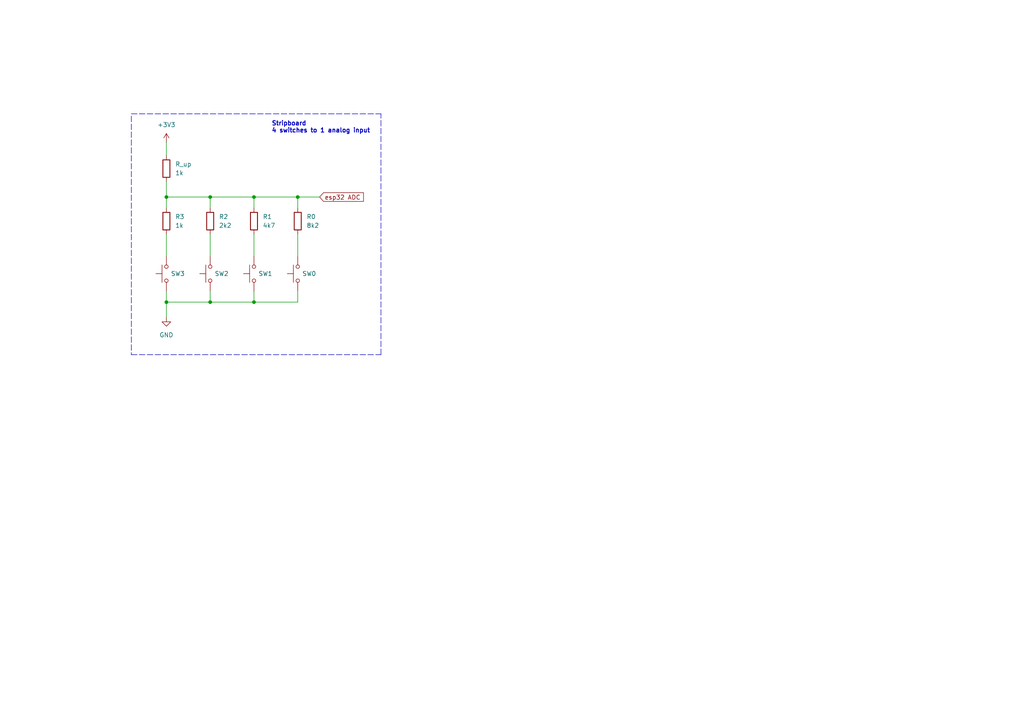
<source format=kicad_sch>
(kicad_sch (version 20211123) (generator eeschema)
  (paper "A4")
  (lib_symbols
    (symbol "Device:R" (pin_numbers hide) (pin_names (offset 0))
      (property "Reference" "R" (at 2.032 0 90))
      (property "Value" "R" (at 0 0 90))
      (symbol "R_0_1"
        (rectangle (start -1.016 -2.54) (end 1.016 2.54) (stroke (width 0.254)))
      )
      (symbol "R_1_1"
        (pin passive line (at 0 3.81 270) (length 1.27) (name "~") (number "1"))
        (pin passive line (at 0 -3.81 90) (length 1.27) (name "~") (number "2"))
      )
    )
    (symbol "Switch:SW_Push" (pin_numbers hide) (pin_names (offset 1.016) hide)
      (property "Reference" "SW" (at 1.27 2.54 0))
      (property "Value" "SW_Push" (at 0 -1.524 0))
      (symbol "SW_Push_0_1"
        (circle (center -2.032 0) (radius 0.508))
        (polyline (pts (xy 0 1.27) (xy 0 3.048)))
        (polyline (pts (xy 2.54 1.27) (xy -2.54 1.27)))
        (circle (center 2.032 0) (radius 0.508))
        (pin passive line (at -5.08 0 0) (length 2.54) (name "1") (number "1"))
        (pin passive line (at 5.08 0 180) (length 2.54) (name "2") (number "2"))
      )
    )
    (symbol "power:+3V3" (power) (pin_names (offset 0))
      (property "Value" "+3V3" (at 0 3.556 0))
      (symbol "+3V3_0_1"
        (polyline (pts (xy -0.762 1.27) (xy 0 2.54)))
        (polyline (pts (xy 0 0) (xy 0 2.54)))
        (polyline (pts (xy 0 2.54) (xy 0.762 1.27)))
      )
      (symbol "+3V3_1_1"
        (pin power_in line (at 0 0 90) (length 0) hide (name "+3V3") (number "1"))
      )
    )
    (symbol "power:GND" (power) (pin_names (offset 0))
      (property "Value" "GND" (at 0 -3.81 0))
      (symbol "GND_0_1"
        (polyline (pts (xy 0 0) (xy 0 -1.27) (xy 1.27 -1.27) (xy 0 -2.54) (xy -1.27 -1.27) (xy 0 -1.27)))
      )
      (symbol "GND_1_1"
        (pin power_in line (at 0 0 270) (length 0) hide (name "GND") (number "1"))
      )
    )
  )
  (junction (at 48.26 87.63))
  (junction (at 48.26 57.15))
  (junction (at 60.96 57.15))
  (junction (at 60.96 87.63))
  (junction (at 73.66 57.15))
  (junction (at 86.36 57.15))
  (junction (at 73.66 87.63))
  (wire (pts (xy 60.96 57.15) (xy 60.96 60.325)))
  (wire (pts (xy 60.96 84.455) (xy 60.96 87.63)))
  (wire (pts (xy 48.26 87.63) (xy 48.26 92.075)))
  (wire (pts (xy 86.36 67.945) (xy 86.36 74.295)))
  (wire (pts (xy 48.26 57.15) (xy 48.26 60.325)))
  (wire (pts (xy 73.66 84.455) (xy 73.66 87.63)))
  (wire (pts (xy 48.26 41.275) (xy 48.26 45.085)))
  (wire (pts (xy 48.26 67.945) (xy 48.26 74.295)))
  (wire (pts (xy 73.66 87.63) (xy 60.96 87.63)))
  (polyline (pts (xy 38.1 33.02) (xy 110.49 33.02)))
  (wire (pts (xy 60.96 87.63) (xy 48.26 87.63)))
  (wire (pts (xy 73.66 57.15) (xy 73.66 60.325)))
  (wire (pts (xy 60.96 57.15) (xy 48.26 57.15)))
  (wire (pts (xy 86.36 87.63) (xy 73.66 87.63)))
  (polyline (pts (xy 38.1 102.87) (xy 110.49 102.87)))
  (wire (pts (xy 86.36 60.325) (xy 86.36 57.15)))
  (wire (pts (xy 86.36 57.15) (xy 92.71 57.15)))
  (wire (pts (xy 48.26 52.705) (xy 48.26 57.15)))
  (wire (pts (xy 86.36 57.15) (xy 73.66 57.15)))
  (wire (pts (xy 60.96 67.945) (xy 60.96 74.295)))
  (polyline (pts (xy 38.1 33.655) (xy 38.1 102.87)))
  (wire (pts (xy 73.66 57.15) (xy 60.96 57.15)))
  (wire (pts (xy 73.66 67.945) (xy 73.66 74.295)))
  (wire (pts (xy 86.36 84.455) (xy 86.36 87.63)))
  (wire (pts (xy 48.26 84.455) (xy 48.26 87.63)))
  (polyline (pts (xy 110.49 102.87) (xy 110.49 33.02)))
  (text "Stripboard\n4 switches to 1 analog input" (at 78.74 38.735 0) (effects (font (size 1.27 1.27) (thickness 0.254) bold) (justify left bottom)))
  (global_label "esp32 ADC" (shape input) (at 92.71 57.15 0) (property "Intersheet References" "${INTERSHEET_REFS}" (effects hide)))
  (symbol (lib_id "power:GND") (at 48.26 92.075 0) (unit 1)
    (property "Reference" "#PWR?" (effects hide))
    (property "Value" "GND" (at 48.26 97.155 0))
  )
  (symbol (lib_id "Switch:SW_Push") (at 60.96 79.375 90) (unit 1)
    (property "Reference" "SW2" (at 62.23 79.3749 90) (effects (justify right)))
    (property "Value" "SW_Push" (effects hide))
  )
  (symbol (lib_id "Switch:SW_Push") (at 86.36 79.375 90) (unit 1)
    (property "Reference" "SW0" (at 87.63 79.3749 90) (effects (justify right)))
    (property "Value" "SW_Push" (effects hide))
  )
  (symbol (lib_id "Device:R") (at 48.26 48.895 0) (unit 1)
    (property "Reference" "R_up" (at 50.8 47.6249 0) (effects (justify left)))
    (property "Value" "1k" (at 50.8 50.1649 0) (effects (justify left)))
  )
  (symbol (lib_id "Device:R") (at 48.26 64.135 0) (unit 1)
    (property "Reference" "R3" (at 50.8 62.8649 0) (effects (justify left)))
    (property "Value" "1k" (at 50.8 65.4049 0) (effects (justify left)))
  )
  (symbol (lib_id "Switch:SW_Push") (at 48.26 79.375 90) (unit 1)
    (property "Reference" "SW3" (at 49.53 79.375 90) (effects (justify right)))
    (property "Value" "SW_Push" (effects hide))
  )
  (symbol (lib_id "Device:R") (at 60.96 64.135 0) (unit 1)
    (property "Reference" "R2" (at 63.5 62.8649 0) (effects (justify left)))
    (property "Value" "2k2" (at 63.5 65.4049 0) (effects (justify left)))
  )
  (symbol (lib_id "Switch:SW_Push") (at 73.66 79.375 90) (unit 1)
    (property "Reference" "SW1" (at 74.93 79.3749 90) (effects (justify right)))
    (property "Value" "SW_Push" (effects hide))
  )
  (symbol (lib_id "power:+3V3") (at 48.26 41.275 0) (unit 1)
    (property "Reference" "#PWR?" (effects hide))
    (property "Value" "+3V3" (at 48.26 36.195 0))
  )
  (symbol (lib_id "Device:R") (at 73.66 64.135 0) (unit 1)
    (property "Reference" "R1" (at 76.2 62.8649 0) (effects (justify left)))
    (property "Value" "4k7" (at 76.2 65.4049 0) (effects (justify left)))
  )
  (symbol (lib_id "Device:R") (at 86.36 64.135 0) (unit 1)
    (property "Reference" "R0" (at 88.9 62.8649 0) (effects (justify left)))
    (property "Value" "8k2" (at 88.9 65.4049 0) (effects (justify left)))
  )
)
</source>
